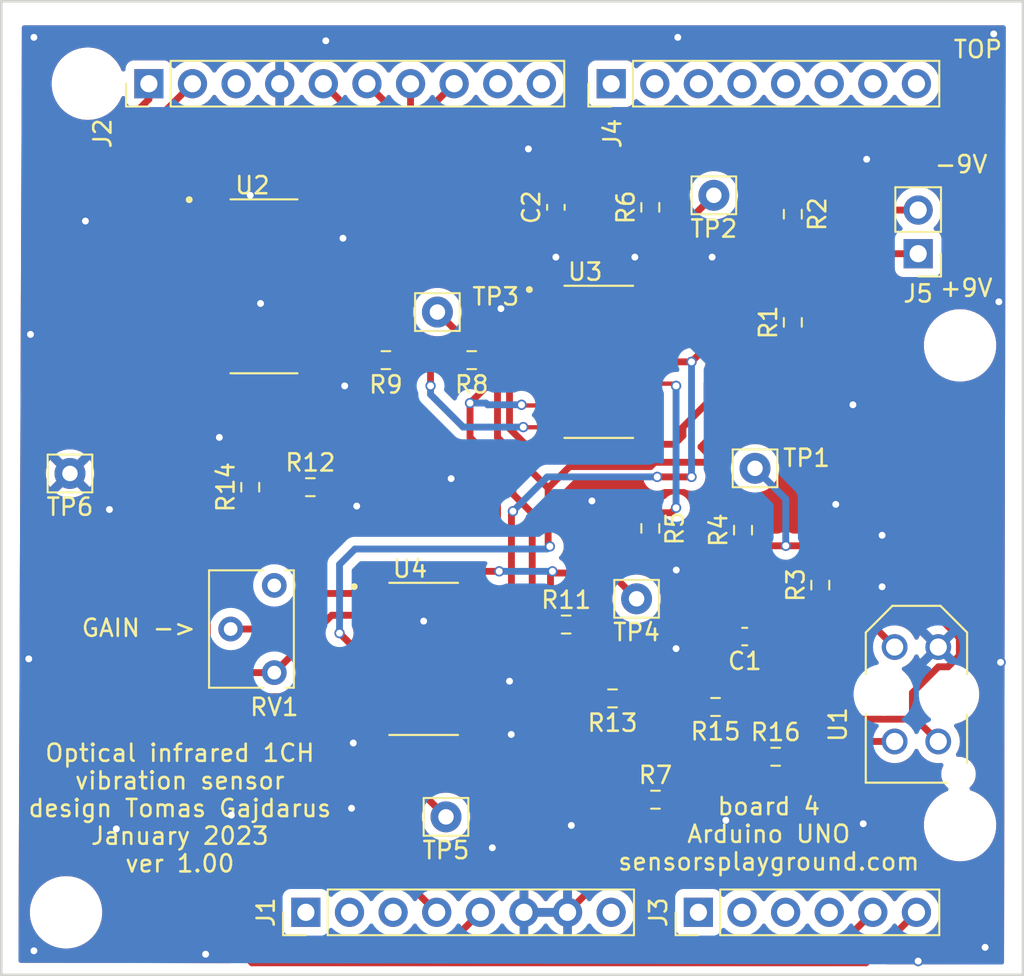
<source format=kicad_pcb>
(kicad_pcb (version 20211014) (generator pcbnew)
  (title_block (date "mar. 31 mars 2015"))
  (layers (0 "F.Cu" signal) (31 "B.Cu" signal) (34 "B.Paste" user) (35 "F.Paste" user) (36 "B.SilkS" user "B.Silkscreen") (37 "F.SilkS" user "F.Silkscreen") (38 "B.Mask" user) (39 "F.Mask" user) (44 "Edge.Cuts" user))
  (net 0 "")
  (net 1 "GND")
  (net 3 "+5V")
  (net 4 "/IOREF")
  (net 5 "/A0")
  (net 6 "/A1")
  (net 7 "/A2")
  (net 8 "/A3")
  (net 9 "/SDA{slash}A4")
  (net 10 "/SCL{slash}A5")
  (net 11 "/13")
  (net 12 "/12")
  (net 13 "/AREF")
  (net 14 "/8")
  (net 15 "/7")
  (net 16 "/*11")
  (net 17 "/*10")
  (net 18 "/*9")
  (net 19 "/4")
  (net 20 "/2")
  (net 21 "/*6")
  (net 22 "/*5")
  (net 23 "/TX{slash}1")
  (net 24 "/*3")
  (net 25 "+3V3")
  (net 26 "VCC")
  (net 27 "/~{RESET}")
  (net 28 "Net-(C1-Pad1)")
  (net 30 "Net-(C1-Pad2)")
  (net 32 "Net-(R3-Pad2)")
  (net 33 "Net-(R6-Pad1)")
  (net 34 "Net-(R7-Pad1)")
  (net 35 "Net-(R8-Pad2)")
  (net 36 "Net-(R9-Pad2)")
  (net 37 "Net-(R11-Pad1)")
  (net 38 "Net-(C2-Pad2)")
  (net 39 "Net-(J5-Pad2)")
  (net 40 "Net-(R1-Pad2)")
  (net 41 "Net-(R11-Pad2)")
  (net 42 "Net-(R12-Pad1)")
  (net 43 "Net-(R14-Pad2)")
  (net 45 "Net-(U3-Pad13)")
  (net 46 "Net-(U4-Pad8)")
  (net 47 "Net-(U4-Pad13)")
  (net 48 "Net-(J5-Pad1)")
  (net 49 "Net-(R13-Pad1)")
  (footprint "Connector_PinHeader_2.54mm:PinHeader_1x08_P2.54mm_Vertical" (layer "F.Cu") (at 127.94 97.46 90)
    (fp_text reference "J1")
    (fp_text value "Power")
  )
  (footprint "Connector_PinHeader_2.54mm:PinHeader_1x06_P2.54mm_Vertical" (layer "F.Cu") (at 150.8 97.46 90)
    (fp_text reference "J3")
    (fp_text value "Analog")
  )
  (footprint "Connector_PinHeader_2.54mm:PinHeader_1x10_P2.54mm_Vertical" (layer "F.Cu") (at 118.796 49.2 90)
    (fp_text reference "J2")
    (fp_text value "Digital/PWM")
  )
  (footprint "Connector_PinHeader_2.54mm:PinHeader_1x08_P2.54mm_Vertical" (layer "F.Cu") (at 145.72 49.2 90)
    (fp_text reference "J4")
    (fp_text value "Digital/PWM")
  )
  (footprint "TCRT5000:OPTO_TCRT5000" (layer "F.Cu") (at 163.5 84.76 90)
    (fp_text reference "U1")
    (fp_text value "TCRT5000")
  )
  (footprint "Connector_PinHeader_2.54mm:PinHeader_1x02_P2.54mm_Vertical" (layer "F.Cu") (at 163.6 59.1 180)
    (fp_text reference "J5")
    (fp_text value "Conn_01x02_Male")
  )
  (footprint "Resistor_SMD:R_0603_1608Metric_Pad0.98x0.95mm_HandSolder" (layer "F.Cu") (at 155.3 88.4)
    (fp_text reference "R16")
    (fp_text value "4k7")
  )
  (footprint "Connector_Pin:Pin_D0.9mm_L10.0mm_W2.4mm_FlatFork" (layer "F.Cu") (at 114.2 71.9)
    (fp_text reference "TP6")
    (fp_text value "TestPoint")
  )
  (footprint "Connector_Pin:Pin_D0.9mm_L10.0mm_W2.4mm_FlatFork" (layer "F.Cu") (at 136.1 91.9)
    (fp_text reference "TP5")
    (fp_text value "TestPoint")
  )
  (footprint "Connector_Pin:Pin_D0.9mm_L10.0mm_W2.4mm_FlatFork" (layer "F.Cu") (at 151.7 55.7)
    (fp_text reference "TP2")
    (fp_text value "TestPoint")
  )
  (footprint "MCP3008-I_SL:SOIC127P600X175-16N" (layer "F.Cu") (at 125.5 61)
    (fp_text reference "U2")
    (fp_text value "MCP3008")
  )
  (footprint "lm324:SOIC127P600X175-14N" (layer "F.Cu") (at 134.8 82.7)
    (fp_text reference "U4")
    (fp_text value "LM324")
  )
  (footprint "Resistor_SMD:R_0603_1608Metric_Pad0.98x0.95mm_HandSolder" (layer "F.Cu") (at 153.4 75.2 90)
    (fp_text reference "R4")
    (fp_text value "5k1")
  )
  (footprint "Resistor_SMD:R_0603_1608Metric_Pad0.98x0.95mm_HandSolder" (layer "F.Cu") (at 132.6 65.3 180)
    (fp_text reference "R9")
    (fp_text value "200R")
  )
  (footprint "Resistor_SMD:R_0603_1608Metric_Pad0.98x0.95mm_HandSolder" (layer "F.Cu") (at 157.9 78.4 90)
    (fp_text reference "R3")
    (fp_text value "200R")
  )
  (footprint "Arduino_MountingHole:MountingHole_3.2mm" (layer "F.Cu") (at 115.24 49.2)
    (fp_text reference "MH1" hide)
    (fp_text value "MountingHole_3.2mm" hide)
  )
  (footprint "Capacitor_SMD:C_0603_1608Metric_Pad1.08x0.95mm_HandSolder" (layer "F.Cu") (at 142.5 56.4 90)
    (fp_text reference "C2")
    (fp_text value "10nF")
  )
  (footprint "Resistor_SMD:R_0603_1608Metric_Pad0.98x0.95mm_HandSolder" (layer "F.Cu") (at 124.7 72.7 90)
    (fp_text reference "R14")
    (fp_text value "36k")
  )
  (footprint "Resistor_SMD:R_0603_1608Metric_Pad0.98x0.95mm_HandSolder" (layer "F.Cu") (at 128.2 72.7)
    (fp_text reference "R12")
    (fp_text value "110k")
  )
  (footprint "lm324:SOIC127P600X175-14N" (layer "F.Cu") (at 145 65.4)
    (fp_text reference "U3")
    (fp_text value "LM324")
  )
  (footprint "Resistor_SMD:R_0603_1608Metric_Pad0.98x0.95mm_HandSolder" (layer "F.Cu") (at 148 56.4 90)
    (fp_text reference "R6")
    (fp_text value "20k")
  )
  (footprint "Resistor_SMD:R_0603_1608Metric_Pad0.98x0.95mm_HandSolder" (layer "F.Cu") (at 151.8 85.5 180)
    (fp_text reference "R15")
    (fp_text value "8k2")
  )
  (footprint "Resistor_SMD:R_0603_1608Metric_Pad0.98x0.95mm_HandSolder" (layer "F.Cu") (at 148 75.1 -90)
    (fp_text reference "R5")
    (fp_text value "330k")
  )
  (footprint "Potentiometer_THT:Potentiometer_Vishay_T73XX_Horizontal" (layer "F.Cu") (at 126.1 83.5 180)
    (fp_text reference "RV1")
    (fp_text value "R_Potentiometer")
  )
  (footprint "Connector_Pin:Pin_D0.9mm_L10.0mm_W2.4mm_FlatFork" (layer "F.Cu") (at 154.1 71.6)
    (fp_text reference "TP1")
    (fp_text value "TestPoint")
  )
  (footprint "Capacitor_SMD:C_0603_1608Metric_Pad1.08x0.95mm_HandSolder" (layer "F.Cu") (at 153.5 81.4 180)
    (fp_text reference "C1")
    (fp_text value "100nF")
  )
  (footprint "Resistor_SMD:R_0603_1608Metric_Pad0.98x0.95mm_HandSolder" (layer "F.Cu") (at 145.8 85 180)
    (fp_text reference "R13")
    (fp_text value "36k")
  )
  (footprint "Resistor_SMD:R_0603_1608Metric_Pad0.98x0.95mm_HandSolder" (layer "F.Cu") (at 137.6 65.3 180)
    (fp_text reference "R8")
    (fp_text value "1k")
  )
  (footprint "Resistor_SMD:R_0603_1608Metric_Pad0.98x0.95mm_HandSolder" (layer "F.Cu") (at 156.3 63.1 90)
    (fp_text reference "R1")
    (fp_text value "470k")
  )
  (footprint "Resistor_SMD:R_0603_1608Metric_Pad0.98x0.95mm_HandSolder" (layer "F.Cu") (at 156.3 56.8 -90)
    (fp_text reference "R2")
    (fp_text value "470k")
  )
  (footprint "Connector_Pin:Pin_D0.9mm_L10.0mm_W2.4mm_FlatFork" (layer "F.Cu") (at 135.6 62.5)
    (fp_text reference "TP3")
    (fp_text value "TestPoint")
  )
  (footprint "Arduino_MountingHole:MountingHole_3.2mm" (layer "F.Cu") (at 113.97 97.46)
    (fp_text reference "MH2" hide)
    (fp_text value "MountingHole_3.2mm" hide)
  )
  (footprint "Arduino_MountingHole:MountingHole_3.2mm" (layer "F.Cu") (at 166.04 64.44)
    (fp_text reference "MH3" hide)
    (fp_text value "MountingHole_3.2mm" hide)
  )
  (footprint "Arduino_MountingHole:MountingHole_3.2mm" (layer "F.Cu") (at 166.04 92.38)
    (fp_text reference "MH4" hide)
    (fp_text value "MountingHole_3.2mm" hide)
  )
  (footprint "Resistor_SMD:R_0603_1608Metric_Pad0.98x0.95mm_HandSolder" (layer "F.Cu") (at 148.3 90.9)
    (fp_text reference "R7")
    (fp_text value "1k")
  )
  (footprint "Connector_Pin:Pin_D0.9mm_L10.0mm_W2.4mm_FlatFork" (layer "F.Cu") (at 147.2 79.2)
    (fp_text reference "TP4")
    (fp_text value "TestPoint")
  )
  (footprint "Resistor_SMD:R_0603_1608Metric_Pad0.98x0.95mm_HandSolder" (layer "F.Cu") (at 143.1 80.7)
    (fp_text reference "R11")
    (fp_text value "110k")
  )
  (gr_line (start 110.2 101.1) (end 169.7 101.1) (layer "Edge.Cuts") (width 0.15))
  (gr_line (start 110.2 101.1) (end 110.2 44.4) (layer "Edge.Cuts") (width 0.15))
  (gr_line (start 169.7 101.1) (end 169.7 44.4) (layer "Edge.Cuts") (width 0.15))
  (gr_line (start 110.2 44.4) (end 169.7 44.4) (layer "Edge.Cuts") (width 0.15))
  (gr_text " TOP" (at 166.7 47.2) (layer "F.SilkS") (effects (font (size 1 1))))
  (gr_text "Optical infrared 1CH\nvibration sensor\ndesign Tomas Gajdarus\nJanuary 2023\nver 1.00" (at 120.6 91.4) (layer "F.SilkS") (effects (font (size 1 1))))
  (gr_text "GAIN ->" (at 118.2 80.9) (layer "F.SilkS") (effects (font (size 1 1))))
  (gr_text "-9V" (at 166.1 53.9) (layer "F.SilkS") (effects (font (size 1 1))))
  (gr_text "+9V" (at 166.4 61.1) (layer "F.SilkS") (effects (font (size 1 1))))
  (gr_text "board 4\nArduino UNO\nsensorsplayground.com" (at 154.9 92.9) (layer "F.SilkS") (effects (font (size 1 1))))
  (segment (start 129.205 59.095) (end 130.1 58.2) (width 0.4) (layer "F.Cu") (net 1))
  (segment (start 127.955 59.095) (end 129.205 59.095) (width 0.4) (layer "F.Cu") (net 1))
  (segment (start 139.8 84) (end 139.77 83.97) (width 0.25) (layer "F.Cu") (net 1))
  (segment (start 137.275 83.97) (end 135.17 83.97) (width 0.4) (layer "F.Cu") (net 1))
  (segment (start 148.785 60.985) (end 148.785 64.015) (width 0.25) (layer "F.Cu") (net 1))
  (segment (start 127.539984 59.095) (end 127.955 59.095) (width 0.25) (layer "F.Cu") (net 1))
  (segment (start 143.18 97.46) (end 140.64 97.46) (width 0.4) (layer "F.Cu") (net 1))
  (segment (start 149.2125 92.5875) (end 149.2125 90.9) (width 0.4) (layer "F.Cu") (net 1))
  (segment (start 161.5 75.5) (end 160.3 74.3) (width 0.4) (layer "F.Cu") (net 1))
  (segment (start 148.7 93.1) (end 149.2125 92.5875) (width 0.4) (layer "F.Cu") (net 1))
  (segment (start 161.5 78.74) (end 161.5 78.5) (width 0.25) (layer "F.Cu") (net 1))
  (segment (start 134.83 81.43) (end 137.275 81.43) (width 0.4) (layer "F.Cu") (net 1))
  (segment (start 148.785 64.015) (end 148.67 64.13) (width 0.25) (layer "F.Cu") (net 1))
  (segment (start 140.64 97.46) (end 140.64 87.84) (width 0.4) (layer "F.Cu") (net 1))
  (segment (start 143.18 97.46) (end 144.355 96.285) (width 0.4) (layer "F.Cu") (net 1))
  (segment (start 144.355 96.285) (end 144.515 96.285) (width 0.25) (layer "F.Cu") (net 1))
  (segment (start 139.77 83.97) (end 137.275 83.97) (width 0.4) (layer "F.Cu") (net 1))
  (segment (start 123.045 60.365) (end 123.045 59.095) (width 0.4) (layer "F.Cu") (net 1))
  (segment (start 147.1 59.3) (end 148.785 60.985) (width 0.25) (layer "F.Cu") (net 1))
  (segment (start 147.7 93.1) (end 148.7 93.1) (width 0.4) (layer "F.Cu") (net 1))
  (segment (start 149.5125 77.525) (end 148 76.0125) (width 0.4) (layer "F.Cu") (net 1))
  (segment (start 164.77 82.01) (end 161.5 78.74) (width 0.4) (layer "F.Cu") (net 1))
  (segment (start 142.5 59.3) (end 142.5 61.565) (width 0.4) (layer "F.Cu") (net 1))
  (segment (start 148.67 64.13) (end 147.475 64.13) (width 0.25) (layer "F.Cu") (net 1))
  (segment (start 123.045 61.635) (end 123.045 60.365) (width 0.4) (layer "F.Cu") (net 1))
  (segment (start 123.045 64.175) (end 123.045 62.905) (width 0.4) (layer "F.Cu") (net 1))
  (segment (start 134.83 83.63) (end 134.83 81.43) (width 0.4) (layer "F.Cu") (net 1))
  (segment (start 132.325 81.43) (end 134.83 81.43) (width 0.4) (layer "F.Cu") (net 1))
  (segment (start 123.045 65.445) (end 123.045 64.175) (width 0.4) (layer "F.Cu") (net 1))
  (segment (start 142.5 57.2625) (end 142.5 59.3) (width 0.4) (layer "F.Cu") (net 1))
  (segment (start 136.57 81.43) (end 137.275 81.43) (width 0.25) (layer "F.Cu") (net 1))
  (segment (start 123.12 57.9) (end 123.045 57.825) (width 0.25) (layer "F.Cu") (net 1))
  (segment (start 142.5 61.565) (end 142.525 61.59) (width 0.25) (layer "F.Cu") (net 1))
  (segment (start 144.515 96.285) (end 147.7 93.1) (width 0.4) (layer "F.Cu") (net 1))
  (segment (start 135.17 83.97) (end 134.83 83.63) (width 0.4) (layer "F.Cu") (net 1))
  (segment (start 123.045 59.095) (end 123.045 57.825) (width 0.4) (layer "F.Cu") (net 1))
  (segment (start 160.3 74.3) (end 153.4125 74.3) (width 0.4) (layer "F.Cu") (net 1))
  (segment (start 142.525 62.86) (end 142.525 61.59) (width 0.4) (layer "F.Cu") (net 1))
  (segment (start 123.045 62.905) (end 123.045 61.635) (width 0.4) (layer "F.Cu") (net 1))
  (segment (start 140.64 87.84) (end 139.9 87.1) (width 0.4) (layer "F.Cu") (net 1))
  (segment (start 153.4125 74.3) (end 153.4 74.2875) (width 0.25) (layer "F.Cu") (net 1))
  (via (at 130.1 58.2) (size 0.6) (drill 0.4) (layers "F.Cu" "B.Cu") (net 1))
  (via (at 168.4 82.9) (size 0.6) (drill 0.4) (layers "F.Cu" "B.Cu") (net 1))
  (via (at 130.9 73.8) (size 0.6) (drill 0.4) (layers "F.Cu" "B.Cu") (net 1))
  (via (at 158.8 73.7) (size 0.6) (drill 0.4) (layers "F.Cu" "B.Cu") (net 1))
  (via (at 122.1 99.9) (size 0.6) (drill 0.4) (layers "F.Cu" "B.Cu") (net 1))
  (via (at 124.7 55.7) (size 0.6) (drill 0.4) (layers "F.Cu" "B.Cu") (net 1))
  (via (at 167.5 99.5) (size 0.6) (drill 0.4) (layers "F.Cu" "B.Cu") (net 1))
  (via (at 160.4 92.3) (size 0.6) (drill 0.4) (layers "F.Cu" "B.Cu") (net 1))
  (via (at 129.1 46.7) (size 0.6) (drill 0.4) (layers "F.Cu" "B.Cu") (net 1))
  (via (at 144.6 73.5) (size 0.6) (drill 0.4) (layers "F.Cu" "B.Cu") (net 1))
  (via (at 151.6 59.3) (size 0.6) (drill 0.4) (layers "F.Cu" "B.Cu") (net 1))
  (via (at 122.9 69.8) (size 0.6) (drill 0.4) (layers "F.Cu" "B.Cu") (net 1))
  (via (at 130.2 66.8) (size 0.6) (drill 0.4) (layers "F.Cu" "B.Cu") (net 1))
  (via (at 149.5 82.1) (size 0.6) (drill 0.4) (layers "F.Cu" "B.Cu") (net 1))
  (via (at 168.3 61.9) (size 0.6) (drill 0.4) (layers "F.Cu" "B.Cu") (net 1))
  (via (at 116.9 92.6) (size 0.6) (drill 0.4) (layers "F.Cu" "B.Cu") (net 1))
  (via (at 111.8 82.7) (size 0.6) (drill 0.4) (layers "F.Cu" "B.Cu") (net 1))
  (via (at 168 46.3) (size 0.6) (drill 0.4) (layers "F.Cu" "B.Cu") (net 1))
  (via (at 136.4 72.2) (size 0.6) (drill 0.4) (layers "F.Cu" "B.Cu") (net 1))
  (via (at 139.9 87.1) (size 0.6) (drill 0.4) (layers "F.Cu" "B.Cu") (net 1))
  (via (at 163.6 100.3) (size 0.6) (drill 0.4) (layers "F.Cu" "B.Cu") (net 1))
  (via (at 112.1 99.7) (size 0.6) (drill 0.4) (layers "F.Cu" "B.Cu") (net 1))
  (via (at 112.1 46.5) (size 0.6) (drill 0.4) (layers "F.Cu" "B.Cu") (net 1))
  (via (at 161.5 75.5) (size 0.6) (drill 0.4) (layers "F.Cu" "B.Cu") (net 1))
  (via (at 116.5 74) (size 0.6) (drill 0.4) (layers "F.Cu" "B.Cu") (net 1))
  (via (at 159.8 67.9) (size 0.6) (drill 0.4) (layers "F.Cu" "B.Cu") (net 1))
  (via (at 149.6 46.5) (size 0.6) (drill 0.4) (layers "F.Cu" "B.Cu") (net 1))
  (via (at 142.5 59.3) (size 0.6) (drill 0.4) (layers "F.Cu" "B.Cu") (net 1))
  (via (at 143.4 92.4) (size 0.6) (drill 0.4) (layers "F.Cu" "B.Cu") (net 1))
  (via (at 147.1 59.3) (size 0.6) (drill 0.4) (layers "F.Cu" "B.Cu") (net 1))
  (via (at 134.8 80.5) (size 0.6) (drill 0.4) (layers "F.Cu" "B.Cu") (net 1))
  (via (at 123.6 91.8) (size 0.6) (drill 0.4) (layers "F.Cu" "B.Cu") (net 1))
  (via (at 130.6 91.4) (size 0.6) (drill 0.4) (layers "F.Cu" "B.Cu") (net 1))
  (via (at 139.3 62.3) (size 0.6) (drill 0.4) (layers "F.Cu" "B.Cu") (net 1))
  (via (at 111.9 63.8) (size 0.6) (drill 0.4) (layers "F.Cu" "B.Cu") (net 1))
  (via (at 125.3 62) (size 0.6) (drill 0.4) (layers "F.Cu" "B.Cu") (net 1))
  (via (at 138.8 93.7) (size 0.6) (drill 0.4) (layers "F.Cu" "B.Cu") (net 1))
  (via (at 149.5125 77.525) (size 0.6) (drill 0.4) (layers "F.Cu" "B.Cu") (net 1))
  (via (at 161.5 78.5) (size 0.6) (drill 0.4) (layers "F.Cu" "B.Cu") (net 1))
  (via (at 130.7 87.6) (size 0.6) (drill 0.4) (layers "F.Cu" "B.Cu") (net 1))
  (via (at 139.8 84) (size 0.6) (drill 0.4) (layers "F.Cu" "B.Cu") (net 1))
  (via (at 140.9 53) (size 0.6) (drill 0.4) (layers "F.Cu" "B.Cu") (net 1))
  (via (at 160.6 53.6) (size 0.6) (drill 0.4) (layers "F.Cu" "B.Cu") (net 1))
  (via (at 152.4 92.1) (size 0.6) (drill 0.4) (layers "F.Cu" "B.Cu") (net 1))
  (via (at 115.1 57.2) (size 0.6) (drill 0.4) (layers "F.Cu" "B.Cu") (net 1))
  (segment (start 147.1 61.1) (end 161.5 75.5) (width 0.4) (layer "B.Cu") (net 1))
  (segment (start 124.7 52.2) (end 126.416 50.484) (width 0.25) (layer "B.Cu") (net 1))
  (segment (start 159.475 77.525) (end 161.5 75.5) (width 0.4) (layer "B.Cu") (net 1))
  (segment (start 161.5 78.5) (end 161.5 75.5) (width 0.4) (layer "B.Cu") (net 1))
  (segment (start 139.9 87.1) (end 139.9 84.1) (width 0.4) (layer "B.Cu") (net 1))
  (segment (start 149.5125 77.525) (end 159.475 77.525) (width 0.4) (layer "B.Cu") (net 1))
  (segment (start 161.5 75.5) (end 161.5 75.4) (width 0.25) (layer "B.Cu") (net 1))
  (segment (start 130.1 58.2) (end 141.4 58.2) (width 0.4) (layer "B.Cu") (net 1))
  (segment (start 147.1 59.3) (end 147.1 61.1) (width 0.4) (layer "B.Cu") (net 1))
  (segment (start 141.4 58.2) (end 142.5 59.3) (width 0.4) (layer "B.Cu") (net 1))
  (segment (start 124.7 55.7) (end 124.7 52.2) (width 0.25) (layer "B.Cu") (net 1))
  (segment (start 149.3 91.34) (end 149.3 90.9) (width 0.25) (layer "B.Cu") (net 1))
  (segment (start 142.5 59.3) (end 147.1 59.3) (width 0.4) (layer "B.Cu") (net 1))
  (segment (start 139.9 84.1) (end 139.8 84) (width 0.25) (layer "B.Cu") (net 1))
  (segment (start 126.416 50.484) (end 126.416 49.2) (width 0.25) (layer "B.Cu") (net 1))
  (segment (start 119.1 86.6) (end 119.1 68.4) (width 0.4) (layer "F.Cu") (net 3))
  (segment (start 118.7 68) (end 118.7 54.7) (width 0.4) (layer "F.Cu") (net 3))
  (segment (start 136.46 99.1) (end 125.6 99.1) (width 0.4) (layer "F.Cu") (net 3))
  (segment (start 118.7 54.7) (end 120.9 52.5) (width 0.4) (layer "F.Cu") (net 3))
  (segment (start 120.1 93.5) (end 119.6 93) (width 0.4) (layer "F.Cu") (net 3))
  (segment (start 126.736396 52.5) (end 127.955 53.718604) (width 0.4) (layer "F.Cu") (net 3))
  (segment (start 120.1 93.6) (end 120.1 93.5) (width 0.4) (layer "F.Cu") (net 3))
  (segment (start 138.1 97.46) (end 136.46 99.1) (width 0.4) (layer "F.Cu") (net 3))
  (segment (start 119.6 87.1) (end 119.1 86.6) (width 0.4) (layer "F.Cu") (net 3))
  (segment (start 125.6 99.1) (end 120.1 93.6) (width 0.4) (layer "F.Cu") (net 3))
  (segment (start 119.6 93) (end 119.6 87.1) (width 0.4) (layer "F.Cu") (net 3))
  (segment (start 120.9 52.5) (end 126.736396 52.5) (width 0.4) (layer "F.Cu") (net 3))
  (segment (start 127.955 53.718604) (end 127.955 56.555) (width 0.4) (layer "F.Cu") (net 3))
  (segment (start 119.1 68.4) (end 118.7 68) (width 0.4) (layer "F.Cu") (net 3))
  (segment (start 118.2 86.8) (end 118.2 68.7) (width 0.4) (layer "F.Cu") (net 9))
  (segment (start 159.12 99.3) (end 150.4 99.3) (width 0.4) (layer "F.Cu") (net 9))
  (segment (start 150.4 99.3) (end 150 99.7) (width 0.4) (layer "F.Cu") (net 9))
  (segment (start 150 99.7) (end 125.1 99.7) (width 0.4) (layer "F.Cu") (net 9))
  (segment (start 118.8 87.4) (end 118.2 86.8) (width 0.4) (layer "F.Cu") (net 9))
  (segment (start 118.2 68.7) (end 117.6 68.1) (width 0.4) (layer "F.Cu") (net 9))
  (segment (start 160.96 97.46) (end 159.12 99.3) (width 0.4) (layer "F.Cu") (net 9))
  (segment (start 118.8 93.4) (end 118.8 87.4) (width 0.4) (layer "F.Cu") (net 9))
  (segment (start 125.1 99.7) (end 118.8 93.4) (width 0.4) (layer "F.Cu") (net 9))
  (segment (start 117.6 52.936) (end 121.336 49.2) (width 0.4) (layer "F.Cu") (net 9))
  (segment (start 117.6 68.1) (end 117.6 52.936) (width 0.4) (layer "F.Cu") (net 9))
  (segment (start 116.6 68.4) (end 116.6 52.3) (width 0.4) (layer "F.Cu") (net 10))
  (segment (start 160.56 100.4) (end 124.8 100.4) (width 0.4) (layer "F.Cu") (net 10))
  (segment (start 118 87.8) (end 117.5 87.3) (width 0.4) (layer "F.Cu") (net 10))
  (segment (start 163.5 97.46) (end 160.56 100.4) (width 0.4) (layer "F.Cu") (net 10))
  (segment (start 117.5 69.3) (end 116.6 68.4) (width 0.4) (layer "F.Cu") (net 10))
  (segment (start 117.5 87.3) (end 117.5 69.3) (width 0.4) (layer "F.Cu") (net 10))
  (segment (start 118.796 50.104) (end 118.796 49.2) (width 0.4) (layer "F.Cu") (net 10))
  (segment (start 116.6 52.3) (end 118.796 50.104) (width 0.4) (layer "F.Cu") (net 10))
  (segment (start 124.8 100.4) (end 118 93.6) (width 0.4) (layer "F.Cu") (net 10))
  (segment (start 118 93.6) (end 118 87.8) (width 0.4) (layer "F.Cu") (net 10))
  (segment (start 129.535 60.365) (end 131.3 58.6) (width 0.4) (layer "F.Cu") (net 11))
  (segment (start 131.3 51.544) (end 128.956 49.2) (width 0.4) (layer "F.Cu") (net 11))
  (segment (start 131.3 58.6) (end 131.3 51.544) (width 0.4) (layer "F.Cu") (net 11))
  (segment (start 127.955 60.365) (end 129.535 60.365) (width 0.4) (layer "F.Cu") (net 11))
  (segment (start 132.7 58.7) (end 132.7 50.404) (width 0.4) (layer "F.Cu") (net 12))
  (segment (start 129.765 61.635) (end 132.7 58.7) (width 0.4) (layer "F.Cu") (net 12))
  (segment (start 127.955 61.635) (end 129.765 61.635) (width 0.4) (layer "F.Cu") (net 12))
  (segment (start 132.7 50.404) (end 131.496 49.2) (width 0.4) (layer "F.Cu") (net 12))
  (segment (start 134.036 58.564) (end 134.036 49.2) (width 0.4) (layer "F.Cu") (net 16))
  (segment (start 127.955 62.905) (end 129.695 62.905) (width 0.4) (layer "F.Cu") (net 16))
  (segment (start 129.695 62.905) (end 134.036 58.564) (width 0.4) (layer "F.Cu") (net 16))
  (segment (start 129.925 64.175) (end 135.1 59) (width 0.4) (layer "F.Cu") (net 17))
  (segment (start 135.1 50.676) (end 136.576 49.2) (width 0.4) (layer "F.Cu") (net 17))
  (segment (start 127.955 64.175) (end 129.925 64.175) (width 0.4) (layer "F.Cu") (net 17))
  (segment (start 135.1 59) (end 135.1 50.676) (width 0.4) (layer "F.Cu") (net 17))
  (segment (start 121.8 53.7) (end 121.7 53.8) (width 0.25) (layer "F.Cu") (net 25))
  (segment (start 125.4 53.7) (end 125.2 53.7) (width 0.25) (layer "F.Cu") (net 25))
  (segment (start 126.2 54.5) (end 125.4 53.7) (width 0.4) (layer "F.Cu") (net 25))
  (segment (start 126.3 56.9) (end 126.3 54.6) (width 0.4) (layer "F.Cu") (net 25))
  (segment (start 133 94.9) (end 135.56 97.46) (width 0.4) (layer "F.Cu") (net 25))
  (segment (start 119.7 67.8) (end 119.7 55.8) (width 0.4) (layer "F.Cu") (net 25))
  (segment (start 126.7 57.8) (end 126.3 57.4) (width 0.4) (layer "F.Cu") (net 25))
  (segment (start 127.514984 57.8) (end 126.7 57.8) (width 0.4) (layer "F.Cu") (net 25))
  (segment (start 126.3 57.4) (end 126.3 56.9) (width 0.4) (layer "F.Cu") (net 25))
  (segment (start 122.5 94.9) (end 133 94.9) (width 0.4) (layer "F.Cu") (net 25))
  (segment (start 126.3 54.6) (end 126.2 54.5) (width 0.25) (layer "F.Cu") (net 25))
  (segment (start 120.5 92.9) (end 120.5 86.9) (width 0.4) (layer "F.Cu") (net 25))
  (segment (start 127.539984 57.825) (end 127.955 57.825) (width 0.25) (layer "F.Cu") (net 25))
  (segment (start 120 86.4) (end 120 68.1) (width 0.4) (layer "F.Cu") (net 25))
  (segment (start 120.5 86.9) (end 120 86.4) (width 0.4) (layer "F.Cu") (net 25))
  (segment (start 120 68.1) (end 119.7 67.8) (width 0.4) (layer "F.Cu") (net 25))
  (segment (start 125.2 53.7) (end 121.8 53.7) (width 0.4) (layer "F.Cu") (net 25))
  (segment (start 122.4 94.9) (end 122.5 94.9) (width 0.25) (layer "F.Cu") (net 25))
  (segment (start 119.7 55.8) (end 121.7 53.8) (width 0.4) (layer "F.Cu") (net 25))
  (segment (start 127.539984 57.825) (end 127.514984 57.8) (width 0.25) (layer "F.Cu") (net 25))
  (segment (start 122.5 94.9) (end 120.5 92.9) (width 0.4) (layer "F.Cu") (net 25))
  (segment (start 155.8875 76.1125) (end 160.641589 76.1125) (width 0.4) (layer "F.Cu") (net 28))
  (segment (start 153.4 76.1125) (end 155.8875 76.1125) (width 0.4) (layer "F.Cu") (net 28))
  (segment (start 160.641589 76.1125) (end 166 81.470911) (width 0.4) (layer "F.Cu") (net 28))
  (segment (start 164.779996 83.16) (end 163.264999 84.674997) (width 0.4) (layer "F.Cu") (net 28))
  (segment (start 163.264999 84.674997) (end 163.264999 86.135001) (width 0.4) (layer "F.Cu") (net 28))
  (segment (start 165.34 83.16) (end 164.779996 83.16) (width 0.4) (layer "F.Cu") (net 28))
  (segment (start 164.77 87.51) (end 163.395001 86.135001) (width 0.4) (layer "F.Cu") (net 28))
  (segment (start 163.339999 86.210001) (end 159.172501 86.210001) (width 0.4) (layer "F.Cu") (net 28))
  (segment (start 163.264999 86.135001) (end 163.339999 86.210001) (width 0.4) (layer "F.Cu") (net 28))
  (segment (start 164.77 87.51) (end 164.807232 87.547232) (width 0.25) (layer "F.Cu") (net 28))
  (segment (start 159.172501 86.210001) (end 154.3625 81.4) (width 0.4) (layer "F.Cu") (net 28))
  (segment (start 166 82.5) (end 165.34 83.16) (width 0.4) (layer "F.Cu") (net 28))
  (segment (start 166 81.470911) (end 166 82.5) (width 0.4) (layer "F.Cu") (net 28))
  (via (at 155.8875 76.1125) (size 0.6) (drill 0.4) (layers "F.Cu" "B.Cu") (net 28))
  (segment (start 155.8875 76.1125) (end 155.8875 73.3875) (width 0.4) (layer "B.Cu") (net 28))
  (segment (start 155.8875 73.3875) (end 154.1 71.6) (width 0.4) (layer "B.Cu") (net 28))
  (segment (start 147.475 66.67) (end 149.37 66.67) (width 0.25) (layer "F.Cu") (net 30))
  (segment (start 152.6375 81.4) (end 152.6375 78.825) (width 0.4) (layer "F.Cu") (net 30))
  (segment (start 152.6375 78.825) (end 148 74.1875) (width 0.4) (layer "F.Cu") (net 30))
  (segment (start 149.2125 74.1875) (end 148 74.1875) (width 0.4) (layer "F.Cu") (net 30))
  (segment (start 149.5 73.9) (end 149.2125 74.1875) (width 0.4) (layer "F.Cu") (net 30))
  (segment (start 149.37 66.67) (end 149.5 66.8) (width 0.25) (layer "F.Cu") (net 30))
  (via (at 149.5 73.9) (size 0.6) (drill 0.4) (layers "F.Cu" "B.Cu") (net 30))
  (via (at 149.5 66.8) (size 0.6) (drill 0.4) (layers "F.Cu" "B.Cu") (net 30))
  (segment (start 149.5 66.8) (end 149.5 73.9) (width 0.4) (layer "B.Cu") (net 30))
  (segment (start 162.23 82.01) (end 157.9 77.68) (width 0.4) (layer "F.Cu") (net 32))
  (segment (start 157.9 77.68) (end 157.9 77.4875) (width 0.25) (layer "F.Cu") (net 32))
  (segment (start 146.34 67.94) (end 145.8 67.4) (width 0.4) (layer "F.Cu") (net 33))
  (segment (start 147.475 67.94) (end 147.024984 67.94) (width 0.25) (layer "F.Cu") (net 33))
  (segment (start 146.7875 57.3125) (end 148 57.3125) (width 0.4) (layer "F.Cu") (net 33))
  (segment (start 145.8 67.4) (end 145.8 58.3) (width 0.4) (layer "F.Cu") (net 33))
  (segment (start 147.475 67.94) (end 147.96 67.94) (width 0.25) (layer "F.Cu") (net 33))
  (segment (start 147.475 69.21) (end 147.475 67.94) (width 0.4) (layer "F.Cu") (net 33))
  (segment (start 147.535 68) (end 147.475 67.94) (width 0.25) (layer "F.Cu") (net 33))
  (segment (start 145.8 58.3) (end 146.7875 57.3125) (width 0.4) (layer "F.Cu") (net 33))
  (segment (start 150.0875 57.3125) (end 151.7 55.7) (width 0.4) (layer "F.Cu") (net 33))
  (segment (start 147.6875 57.3125) (end 148 57.3125) (width 0.25) (layer "F.Cu") (net 33))
  (segment (start 147.475 67.94) (end 146.34 67.94) (width 0.4) (layer "F.Cu") (net 33))
  (segment (start 148 57.3125) (end 150.0875 57.3125) (width 0.4) (layer "F.Cu") (net 33))
  (segment (start 140.54 67.94) (end 140.5 67.9) (width 0.25) (layer "F.Cu") (net 34))
  (segment (start 140 72.3) (end 140 73.1) (width 0.4) (layer "F.Cu") (net 34))
  (segment (start 137.5 67.8) (end 138.5125 66.7875) (width 0.4) (layer "F.Cu") (net 34))
  (segment (start 141.122192 84.634692) (end 147.3875 90.9) (width 0.4) (layer "F.Cu") (net 34))
  (segment (start 142.525 67.94) (end 140.54 67.94) (width 0.25) (layer "F.Cu") (net 34))
  (segment (start 137.5 67.8) (end 137.5 69.8) (width 0.4) (layer "F.Cu") (net 34))
  (segment (start 138.5125 66.7875) (end 138.5125 65.3) (width 0.4) (layer "F.Cu") (net 34))
  (segment (start 140 73.1) (end 141.122192 74.222192) (width 0.4) (layer "F.Cu") (net 34))
  (segment (start 143.26 67.94) (end 142.525 67.94) (width 0.25) (layer "F.Cu") (net 34))
  (segment (start 141.122192 74.222192) (end 141.122192 84.634692) (width 0.4) (layer "F.Cu") (net 34))
  (segment (start 137.5 69.8) (end 140 72.3) (width 0.4) (layer "F.Cu") (net 34))
  (via (at 137.5 67.8) (size 0.6) (drill 0.4) (layers "F.Cu" "B.Cu") (net 34))
  (via (at 140.5 67.9) (size 0.6) (drill 0.4) (layers "F.Cu" "B.Cu") (net 34))
  (segment (start 137.5 67.8) (end 138.425 67.8) (width 0.4) (layer "B.Cu") (net 34))
  (segment (start 140.5 67.9) (end 138.525 67.9) (width 0.4) (layer "B.Cu") (net 34))
  (segment (start 138.425 67.8) (end 138.525 67.9) (width 0.4) (layer "B.Cu") (net 34))
  (segment (start 142.525 69.21) (end 140.61 69.21) (width 0.25) (layer "F.Cu") (net 35))
  (segment (start 140.61 69.21) (end 140.6 69.2) (width 0.25) (layer "F.Cu") (net 35))
  (segment (start 135.2 66.8) (end 135.2 65.4) (width 0.4) (layer "F.Cu") (net 35))
  (segment (start 136.6875 63.5875) (end 135.6 62.5) (width 0.4) (layer "F.Cu") (net 35))
  (segment (start 136.6875 65.3) (end 136.6875 63.5875) (width 0.4) (layer "F.Cu") (net 35))
  (segment (start 135.3 65.3) (end 136.6875 65.3) (width 0.4) (layer "F.Cu") (net 35))
  (segment (start 135.2 65.4) (end 135.3 65.3) (width 0.4) (layer "F.Cu") (net 35))
  (segment (start 133.5125 65.3) (end 135.3 65.3) (width 0.4) (layer "F.Cu") (net 35))
  (via (at 135.2 66.8) (size 0.6) (drill 0.4) (layers "F.Cu" "B.Cu") (net 35))
  (via (at 140.6 69.2) (size 0.6) (drill 0.4) (layers "F.Cu" "B.Cu") (net 35))
  (segment (start 137.1 69.2) (end 135.2 67.3) (width 0.4) (layer "B.Cu") (net 35))
  (segment (start 135.2 67.3) (end 135.2 66.8) (width 0.4) (layer "B.Cu") (net 35))
  (segment (start 140.6 69.2) (end 137.1 69.2) (width 0.4) (layer "B.Cu") (net 35))
  (segment (start 139.1 72.7125) (end 131.6875 65.3) (width 0.4) (layer "F.Cu") (net 36))
  (segment (start 123.5 83.5) (end 126.1 83.5) (width 0.4) (layer "F.Cu") (net 36))
  (segment (start 138.8 75.2) (end 124.6 75.2) (width 0.4) (layer "F.Cu") (net 36))
  (segment (start 129.44 80.16) (end 132.325 80.16) (width 0.4) (layer "F.Cu") (net 36))
  (segment (start 139.1 74.9) (end 139.1 72.7125) (width 0.4) (layer "F.Cu") (net 36))
  (segment (start 122.2 82.2) (end 123.5 83.5) (width 0.4) (layer "F.Cu") (net 36))
  (segment (start 122.2 77.6) (end 122.2 82.2) (width 0.4) (layer "F.Cu") (net 36))
  (segment (start 138.8 75.2) (end 139.1 74.9) (width 0.4) (layer "F.Cu") (net 36))
  (segment (start 124.6 75.2) (end 122.2 77.6) (width 0.4) (layer "F.Cu") (net 36))
  (segment (start 126.1 83.5) (end 129.44 80.16) (width 0.4) (layer "F.Cu") (net 36))
  (segment (start 133.615 77.6) (end 139.2 77.6) (width 0.4) (layer "F.Cu") (net 37))
  (segment (start 142.1875 80.7) (end 142.1875 77.7125) (width 0.4) (layer "F.Cu") (net 37))
  (segment (start 142.1875 77.7125) (end 142.3 77.6) (width 0.25) (layer "F.Cu") (net 37))
  (segment (start 126.44 80.96) (end 128.51 78.89) (width 0.4) (layer "F.Cu") (net 37))
  (segment (start 132.325 78.89) (end 133.615 77.6) (width 0.4) (layer "F.Cu") (net 37))
  (segment (start 145.7 77.7) (end 147.2 79.2) (width 0.4) (layer "F.Cu") (net 37))
  (segment (start 128.51 78.89) (end 132.325 78.89) (width 0.4) (layer "F.Cu") (net 37))
  (segment (start 142.2 77.7) (end 145.7 77.7) (width 0.4) (layer "F.Cu") (net 37))
  (segment (start 142.1875 77.7125) (end 142.2 77.7) (width 0.25) (layer "F.Cu") (net 37))
  (segment (start 123.56 80.96) (end 126.44 80.96) (width 0.4) (layer "F.Cu") (net 37))
  (via (at 142.3 77.6) (size 0.6) (drill 0.4) (layers "F.Cu" "B.Cu") (net 37))
  (via (at 139.2 77.6) (size 0.6) (drill 0.4) (layers "F.Cu" "B.Cu") (net 37))
  (segment (start 139.2 77.6) (end 142.3 77.6) (width 0.4) (layer "B.Cu") (net 37))
  (segment (start 144.6 57.6) (end 144.75 57.45) (width 0.25) (layer "F.Cu") (net 38))
  (segment (start 143.03 66.67) (end 142.525 66.67) (width 0.25) (layer "F.Cu") (net 38))
  (segment (start 144.75 57.413604) (end 144.75 57.45) (width 0.25) (layer "F.Cu") (net 38))
  (segment (start 146.7125 55.4875) (end 148 55.4875) (width 0.4) (layer "F.Cu") (net 38))
  (segment (start 144.6 65.045016) (end 144.6 57.6) (width 0.25) (layer "F.Cu") (net 38))
  (segment (start 142.873896 55.5375) (end 144.75 57.413604) (width 0.4) (layer "F.Cu") (net 38))
  (segment (start 142.525 66.67) (end 142.975016 66.67) (width 0.25) (layer "F.Cu") (net 38))
  (segment (start 144.75 57.45) (end 146.7125 55.4875) (width 0.4) (layer "F.Cu") (net 38))
  (segment (start 142.975016 66.67) (end 144.6 65.045016) (width 0.25) (layer "F.Cu") (net 38))
  (segment (start 142.5 55.5375) (end 142.873896 55.5375) (width 0.25) (layer "F.Cu") (net 38))
  (segment (start 158.7 55.9) (end 159.36 56.56) (width 0.4) (layer "F.Cu") (net 39))
  (segment (start 139.9125 81.6875) (end 139.9125 74.1) (width 0.4) (layer "F.Cu") (net 39))
  (segment (start 156.3 59.5) (end 156.3 57.7125) (width 0.4) (layer "F.Cu") (net 39))
  (segment (start 147.475 65.4) (end 150.4 65.4) (width 0.4) (layer "F.Cu") (net 39))
  (segment (start 155.7125 57.7125) (end 154.4 56.4) (width 0.4) (layer "F.Cu") (net 39))
  (segment (start 137.275 82.7) (end 138.9 82.7) (width 0.4) (layer "F.Cu") (net 39))
  (segment (start 150.4 72.1) (end 148.4 72.1) (width 0.4) (layer "F.Cu") (net 39))
  (segment (start 156.3 57.7125) (end 155.7125 57.7125) (width 0.4) (layer "F.Cu") (net 39))
  (segment (start 150.4 65.4) (end 156.3 59.5) (width 0.4) (layer "F.Cu") (net 39))
  (segment (start 154.4 56.4) (end 154.4 54.9) (width 0.4) (layer "F.Cu") (net 39))
  (segment (start 159.36 56.56) (end 163.6 56.56) (width 0.4) (layer "F.Cu") (net 39))
  (segment (start 154.4 54.9) (end 155.2 54.1) (width 0.4) (layer "F.Cu") (net 39))
  (segment (start 140 74.1) (end 139.9125 74.1) (width 0.25) (layer "F.Cu") (net 39))
  (segment (start 158.7 55.4) (end 158.7 55.9) (width 0.4) (layer "F.Cu") (net 39))
  (segment (start 138.9 82.7) (end 139.9125 81.6875) (width 0.4) (layer "F.Cu") (net 39))
  (segment (start 157.4 54.1) (end 158.7 55.4) (width 0.4) (layer "F.Cu") (net 39))
  (segment (start 155.2 54.1) (end 157.4 54.1) (width 0.4) (layer "F.Cu") (net 39))
  (via (at 148.4 72.1) (size 0.6) (drill 0.4) (layers "F.Cu" "B.Cu") (net 39))
  (via (at 150.4 65.4) (size 0.6) (drill 0.4) (layers "F.Cu" "B.Cu") (net 39))
  (via (at 150.4 72.1) (size 0.6) (drill 0.4) (layers "F.Cu" "B.Cu") (net 39))
  (via (at 140 74.1) (size 0.6) (drill 0.4) (layers "F.Cu" "B.Cu") (net 39))
  (segment (start 150.4 65.4) (end 150.4 72.1) (width 0.4) (layer "B.Cu") (net 39))
  (segment (start 142 72.1) (end 140 74.1) (width 0.4) (layer "B.Cu") (net 39))
  (segment (start 148.4 72.1) (end 142 72.1) (width 0.4) (layer "B.Cu") (net 39))
  (segment (start 156.3 62.1875) (end 156.4125 62.1875) (width 0.25) (layer "F.Cu") (net 40))
  (segment (start 155.8125 62.1875) (end 156.3 62.1875) (width 0.4) (layer "F.Cu") (net 40))
  (segment (start 149.9 69.7) (end 149.9 69.2) (width 0.4) (layer "F.Cu") (net 40))
  (segment (start 139.8 69.283884) (end 140.716116 70.2) (width 0.4) (layer "F.Cu") (net 40))
  (segment (start 149.4 70.2) (end 149.9 69.7) (width 0.4) (layer "F.Cu") (net 40))
  (segment (start 151.3 66.7) (end 155.8125 62.1875) (width 0.4) (layer "F.Cu") (net 40))
  (segment (start 142.074984 64.13) (end 139.8 66.404984) (width 0.4) (layer "F.Cu") (net 40))
  (segment (start 142.074984 64.13) (end 142.525 64.13) (width 0.25) (layer "F.Cu") (net 40))
  (segment (start 158.2 57.2) (end 156.8875 55.8875) (width 0.4) (layer "F.Cu") (net 40))
  (segment (start 156.8875 55.8875) (end 156.3 55.8875) (width 0.4) (layer "F.Cu") (net 40))
  (segment (start 140.716116 70.2) (end 149.4 70.2) (width 0.4) (layer "F.Cu") (net 40))
  (segment (start 151.3 67.8) (end 151.3 66.7) (width 0.4) (layer "F.Cu") (net 40))
  (segment (start 158.2 60.4) (end 158.2 57.2) (width 0.4) (layer "F.Cu") (net 40))
  (segment (start 156.4125 62.1875) (end 158.2 60.4) (width 0.4) (layer "F.Cu") (net 40))
  (segment (start 139.8 66.404984) (end 139.8 69.283884) (width 0.4) (layer "F.Cu") (net 40))
  (segment (start 149.8 69.3) (end 149.9 69.2) (width 0.25) (layer "F.Cu") (net 40))
  (segment (start 149.9 69.2) (end 151.3 67.8) (width 0.4) (layer "F.Cu") (net 40))
  (segment (start 139.620016 85.865) (end 139.620016 85.885) (width 0.25) (layer "F.Cu") (net 41))
  (segment (start 148.2 91.370495) (end 148.2 90.2) (width 0.25) (layer "F.Cu") (net 41))
  (segment (start 139.1 86.385016) (end 139.620016 85.865) (width 0.4) (layer "F.Cu") (net 41))
  (segment (start 144.8875 86.8875) (end 144.8875 85) (width 0.4) (layer "F.Cu") (net 41))
  (segment (start 133.400016 85.865) (end 133.865 85.865) (width 0.25) (layer "F.Cu") (net 41))
  (segment (start 134.9 88.2) (end 138.6 88.2) (width 0.4) (layer "F.Cu") (net 41))
  (segment (start 141.069505 85.865) (end 139.620016 85.865) (width 0.4) (layer "F.Cu") (net 41))
  (segment (start 131 85.635016) (end 131 84.844984) (width 0.25) (layer "F.Cu") (net 41))
  (segment (start 132.325 83.97) (end 131.874984 83.97) (width 0.25) (layer "F.Cu") (net 41))
  (segment (start 146.904505 91.7) (end 147.870495 91.7) (width 0.4) (layer "F.Cu") (net 41))
  (segment (start 144.0125 84.125) (end 144.0125 80.7) (width 0.4) (layer "F.Cu") (net 41))
  (segment (start 147.870495 91.7) (end 148.2 91.370495) (width 0.25) (layer "F.Cu") (net 41))
  (segment (start 133.400016 85.865) (end 131.229984 85.865) (width 0.25) (layer "F.Cu") (net 41))
  (segment (start 144.8875 85) (end 144.0125 84.125) (width 0.4) (layer "F.Cu") (net 41))
  (segment (start 134.5 86.5) (end 134.5 87.8) (width 0.4) (layer "F.Cu") (net 41))
  (segment (start 148.2 90.2) (end 144.8875 86.8875) (width 0.4) (layer "F.Cu") (net 41))
  (segment (start 134.5 87.8) (end 134.9 88.2) (width 0.4) (layer "F.Cu") (net 41))
  (segment (start 141.069505 85.865) (end 146.904505 91.7) (width 0.4) (layer "F.Cu") (net 41))
  (segment (start 131.229984 85.865) (end 131 85.635016) (width 0.25) (layer "F.Cu") (net 41))
  (segment (start 133.865 85.865) (end 134.4 86.4) (width 0.25) (layer "F.Cu") (net 41))
  (segment (start 138.6 88.2) (end 139.1 87.7) (width 0.4) (layer "F.Cu") (net 41))
  (segment (start 139.1 87.7) (end 139.1 86.385016) (width 0.4) (layer "F.Cu") (net 41))
  (segment (start 131 84.844984) (end 131.874984 83.97) (width 0.25) (layer "F.Cu") (net 41))
  (segment (start 134.4 86.4) (end 134.5 86.5) (width 0.25) (layer "F.Cu") (net 41))
  (segment (start 133.635 84.380016) (end 133.635 83.559984) (width 0.25) (layer "F.Cu") (net 42))
  (segment (start 126.375 73.6125) (end 127.2875 72.7) (width 0.4) (layer "F.Cu") (net 42))
  (segment (start 124.7 73.6125) (end 122.0875 73.6125) (width 0.4) (layer "F.Cu") (net 42))
  (segment (start 129 84.9) (end 122.6 84.9) (width 0.4) (layer "F.Cu") (net 42))
  (segment (start 121.6 83.9) (end 121.6 74.1) (width 0.4) (layer "F.Cu") (net 42))
  (segment (start 121.6 74.1) (end 122.0875 73.6125) (width 0.4) (layer "F.Cu") (net 42))
  (segment (start 124.7 73.6125) (end 126.375 73.6125) (width 0.4) (layer "F.Cu") (net 42))
  (segment (start 132.775016 85.24) (end 133.635 84.380016) (width 0.25) (layer "F.Cu") (net 42))
  (segment (start 132.325 85.24) (end 132.775016 85.24) (width 0.25) (layer "F.Cu") (net 42))
  (segment (start 133.400016 83.325) (end 130.575 83.325) (width 0.25) (layer "F.Cu") (net 42))
  (segment (start 122.6 84.9) (end 121.6 83.9) (width 0.4) (layer "F.Cu") (net 42))
  (segment (start 130.575 83.325) (end 129 84.9) (width 0.4) (layer "F.Cu") (net 42))
  (segment (start 133.635 83.559984) (end 133.400016 83.325) (width 0.25) (layer "F.Cu") (net 42))
  (segment (start 121.795 56.555) (end 120.95 57.4) (width 0.4) (layer "F.Cu") (net 43))
  (segment (start 121.05 85.85) (end 121 85.8) (width 0.4) (layer "F.Cu") (net 43))
  (segment (start 123.460016 56.555) (end 123.045 56.555) (width 0.25) (layer "F.Cu") (net 43))
  (segment (start 123.045 56.555) (end 121.795 56.555) (width 0.4) (layer "F.Cu") (net 43))
  (segment (start 121.6125 71.7875) (end 124.7 71.7875) (width 0.4) (layer "F.Cu") (net 43))
  (segment (start 123.59 86.51) (end 121.71 86.51) (width 0.4) (layer "F.Cu") (net 43))
  (segment (start 132.325 86.51) (end 123.59 86.51) (width 0.4) (layer "F.Cu") (net 43))
  (segment (start 121.71 86.51) (end 121.05 85.85) (width 0.4) (layer "F.Cu") (net 43))
  (segment (start 121 72.4) (end 121.6125 71.7875) (width 0.4) (layer "F.Cu") (net 43))
  (segment (start 123.59 86.51) (end 123.31 86.51) (width 0.25) (layer "F.Cu") (net 43))
  (segment (start 121 85.8) (end 121 72.4) (width 0.4) (layer "F.Cu") (net 43))
  (segment (start 120.95 71.125) (end 121.6125 71.7875) (width 0.4) (layer "F.Cu") (net 43))
  (segment (start 132.325 88.125) (end 136.1 91.9) (width 0.4) (layer "F.Cu") (net 43))
  (segment (start 120.95 57.4) (end 120.95 71.125) (width 0.4) (layer "F.Cu") (net 43))
  (segment (start 132.325 86.51) (end 132.325 88.125) (width 0.4) (layer "F.Cu") (net 43))
  (segment (start 147.475 62.86) (end 147.475 61.59) (width 0.25) (layer "F.Cu") (net 45))
  (segment (start 137.275 86.51) (end 137.275 85.24) (width 0.4) (layer "F.Cu") (net 46))
  (segment (start 137.275 80.16) (end 137.275 78.89) (width 0.25) (layer "F.Cu") (net 47))
  (segment (start 153.5 80.4) (end 154.5875 79.3125) (width 0.4) (layer "F.Cu") (net 48))
  (segment (start 154.75 83.55) (end 158.71 87.51) (width 0.4) (layer "F.Cu") (net 48))
  (segment (start 132.325 82.7) (end 131.4 82.7) (width 0.25) (layer "F.Cu") (net 48))
  (segment (start 144 63.884984) (end 143.615016 63.5) (width 0.25) (layer "F.Cu") (net 48))
  (segment (start 156.3 64.0125) (end 159.5 60.8125) (width 0.4) (layer "F.Cu") (net 48))
  (segment (start 151.85 71.25) (end 152.2 71.6) (width 0.4) (layer "F.Cu") (net 48))
  (segment (start 154.6625 83.55) (end 154.75 83.55) (width 0.25) (layer "F.Cu") (net 48))
  (segment (start 152.6 67.7125) (end 152.6 68.7) (width 0.4) (layer "F.Cu") (net 48))
  (segment (start 156.3 64.0125) (end 152.6 67.7125) (width 0.4) (layer "F.Cu") (net 48))
  (segment (start 140.5 63.9) (end 140 64.4) (width 0.4) (layer "F.Cu") (net 48))
  (segment (start 158.71 87.51) (end 159.139505 87.51) (width 0.4) (layer "F.Cu") (net 48))
  (segment (start 139.1 69.8) (end 142.05 72.75) (width 0.4) (layer "F.Cu") (net 48))
  (segment (start 159.5 60.8125) (end 159.5 60.1) (width 0.4) (layer "F.Cu") (net 48))
  (segment (start 153.5 82.3) (end 153.5 80.4) (width 0.25) (layer "F.Cu") (net 48))
  (segment (start 151.85 71.25) (end 148.26005 71.25) (width 0.4) (layer "F.Cu") (net 48))
  (segment (start 155.117005 79.3125) (end 157.9 79.3125) (width 0.4) (layer "F.Cu") (net 48))
  (segment (start 143.3 71.5) (end 142.05 72.75) (width 0.4) (layer "F.Cu") (net 48))
  (segment (start 140 64.4) (end 140 65.462522) (width 0.4) (layer "F.Cu") (net 48))
  (segment (start 142.05 72.75) (end 142.05 76.05) (width 0.4) (layer "F.Cu") (net 48))
  (segment (start 153.5 82.3) (end 154.75 83.55) (width 0.4) (layer "F.Cu") (net 48))
  (segment (start 152.6 68.7) (end 150.95 70.35) (width 0.4) (layer "F.Cu") (net 48))
  (segment (start 150.95 70.35) (end 151.25 70.65) (width 0.4) (layer "F.Cu") (net 48))
  (segment (start 151.25 70.65) (end 151.85 71.25) (width 0.4) (layer "F.Cu") (net 48))
  (segment (start 131.4 82.7) (end 129.9 81.2) (width 0.4) (layer "F.Cu") (net 48))
  (segment (start 154.5875 79.3125) (end 155.117005 79.3125) (width 0.4) (layer "F.Cu") (net 48))
  (segment (start 159.5 60.1) (end 160.5 59.1) (width 0.4) (layer "F.Cu") (net 48))
  (segment (start 142.05 76.05) (end 142.15 76.15) (width 0.25) (layer "F.Cu") (net 48))
  (segment (start 144 65) (end 144 63.884984) (width 0.25) (layer "F.Cu") (net 48))
  (segment (start 152.2 71.6) (end 152.2 77) (width 0.4) (layer "F.Cu") (net 48))
  (segment (start 143.615016 63.5) (end 141.2 63.5) (width 0.25) (layer "F.Cu") (net 48))
  (segment (start 162.23 87.51) (end 159.139505 87.51) (width 0.4) (layer "F.Cu") (net 48))
  (segment (start 154.5125 79.3125) (end 154.5875 79.3125) (width 0.25) (layer "F.Cu") (net 48))
  (segment (start 139.1 66.362522) (end 139.1 69.8) (width 0.4) (layer "F.Cu") (net 48))
  (segment (start 148.26005 71.25) (end 148.01005 71.5) (width 0.4) (layer "F.Cu") (net 48))
  (segment (start 152.7125 85.5) (end 154.6625 83.55) (width 0.4) (layer "F.Cu") (net 48))
  (segment (start 142.525 65.4) (end 143.6 65.4) (width 0.25) (layer "F.Cu") (net 48))
  (segment (start 140 65.462522) (end 139.1 66.362522) (width 0.4) (layer "F.Cu") (net 48))
  (segment (start 152.2 77) (end 154.5125 79.3125) (width 0.4) (layer "F.Cu") (net 48))
  (segment (start 160.5 59.1) (end 163.6 59.1) (width 0.4) (layer "F.Cu") (net 48))
  (segment (start 143.3 71.5) (end 148.01005 71.5) (width 0.4) (layer "F.Cu") (net 48))
  (segment (start 141.2 63.5) (end 140.8 63.9) (width 0.4) (layer "F.Cu") (net 48))
  (segment (start 140.8 63.9) (end 140.5 63.9) (width 0.4) (layer "F.Cu") (net 48))
  (segment (start 143.6 65.4) (end 144 65) (width 0.25) (layer "F.Cu") (net 48))
  (via (at 129.9 81.2) (size 0.6) (drill 0.4) (layers "F.Cu" "B.Cu") (net 48))
  (via (at 142.15 76.15) (size 0.6) (drill 0.4) (layers "F.Cu" "B.Cu") (net 48))
  (segment (start 129.9 77.2) (end 130.3 76.8) (width 0.4) (layer "B.Cu") (net 48))
  (segment (start 130.8 76.3) (end 142 76.3) (width 0.4) (layer "B.Cu") (net 48))
  (segment (start 142 76.3) (end 142.15 76.15) (width 0.25) (layer "B.Cu") (net 48))
  (segment (start 142.15 76.15) (end 142.2 76.1) (width 0.25) (layer "B.Cu") (net 48))
  (segment (start 130.3 76.8) (end 130.8 76.3) (width 0.4) (layer "B.Cu") (net 48))
  (segment (start 129.9 81.2) (end 129.9 77.2) (width 0.4) (layer "B.Cu") (net 48))
  (segment (start 146.7125 85) (end 150.3875 85) (width 0.4) (layer "F.Cu") (net 49))
  (segment (start 150.8875 87.1875) (end 150.8875 85.5) (width 0.4) (layer "F.Cu") (net 49))
  (segment (start 150.3875 85) (end 150.8875 85.5) (width 0.4) (layer "F.Cu") (net 49))
  (segment (start 154.3875 88.4) (end 152.1 88.4) (width 0.4) (layer "F.Cu") (net 49))
  (segment (start 152.1 88.4) (end 150.8875 87.1875) (width 0.4) (layer "F.Cu") (net 49))
  (zone (net 1) (net_name "GND") (layer "F.Cu") (connect_pads (clearance 0.508)) (min_thickness 0.254) (fill yes (thermal_gap 0.508) (thermal_bridge_width 0.508))
    (polygon (pts (xy 168.6 100.5) (xy 111.2 100.4) (xy 111.4 45.8) (xy 168.7 45.8)))
  )
  (zone (net 1) (net_name "GND") (layer "B.Cu") (connect_pads (clearance 0.508)) (min_thickness 0.254) (fill yes (thermal_gap 0.508) (thermal_bridge_width 0.508))
    (polygon (pts (xy 168.6 100.5) (xy 111.2 100.4) (xy 111.4 45.8) (xy 168.7 45.8)))
  )
)
</source>
